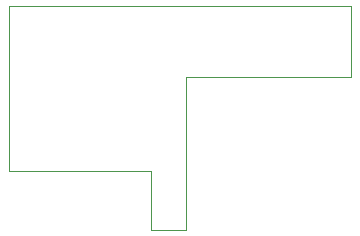
<source format=gm1>
G04 #@! TF.GenerationSoftware,KiCad,Pcbnew,(5.1.0)-1*
G04 #@! TF.CreationDate,2019-09-23T13:59:46-04:00*
G04 #@! TF.ProjectId,RGBMount,5247424d-6f75-46e7-942e-6b696361645f,rev?*
G04 #@! TF.SameCoordinates,Original*
G04 #@! TF.FileFunction,Profile,NP*
%FSLAX46Y46*%
G04 Gerber Fmt 4.6, Leading zero omitted, Abs format (unit mm)*
G04 Created by KiCad (PCBNEW (5.1.0)-1) date 2019-09-23 13:59:46*
%MOMM*%
%LPD*%
G04 APERTURE LIST*
%ADD10C,0.050000*%
G04 APERTURE END LIST*
D10*
X112000000Y-108000000D02*
X100000000Y-108000000D01*
X112000000Y-113000000D02*
X112000000Y-108000000D01*
X100000000Y-108000000D02*
X100000000Y-94000000D01*
X100000000Y-94000000D02*
X129000000Y-94000000D01*
X129000000Y-94000000D02*
X129000000Y-100000000D01*
X115000000Y-113000000D02*
X115000000Y-100000000D01*
X115000000Y-100000000D02*
X129000000Y-100000000D01*
X112000000Y-113000000D02*
X115000000Y-113000000D01*
M02*

</source>
